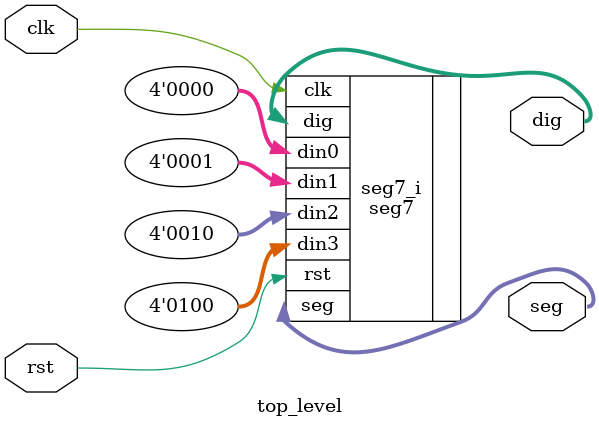
<source format=v>
`timescale 1ns / 1ps

module top_level(
    input  wire       clk,
    input  wire       rst,
    
    output wire [3:0] dig,
    output wire [7:0] seg
);

seg7 seg7_i(
    .clk(clk),
    .rst(rst),

    .din0(4'd0),
    .din1(4'd1),
    .din2(4'd2),
    .din3(4'd4),

    .dig(dig),
    .seg(seg)
);


endmodule

</source>
